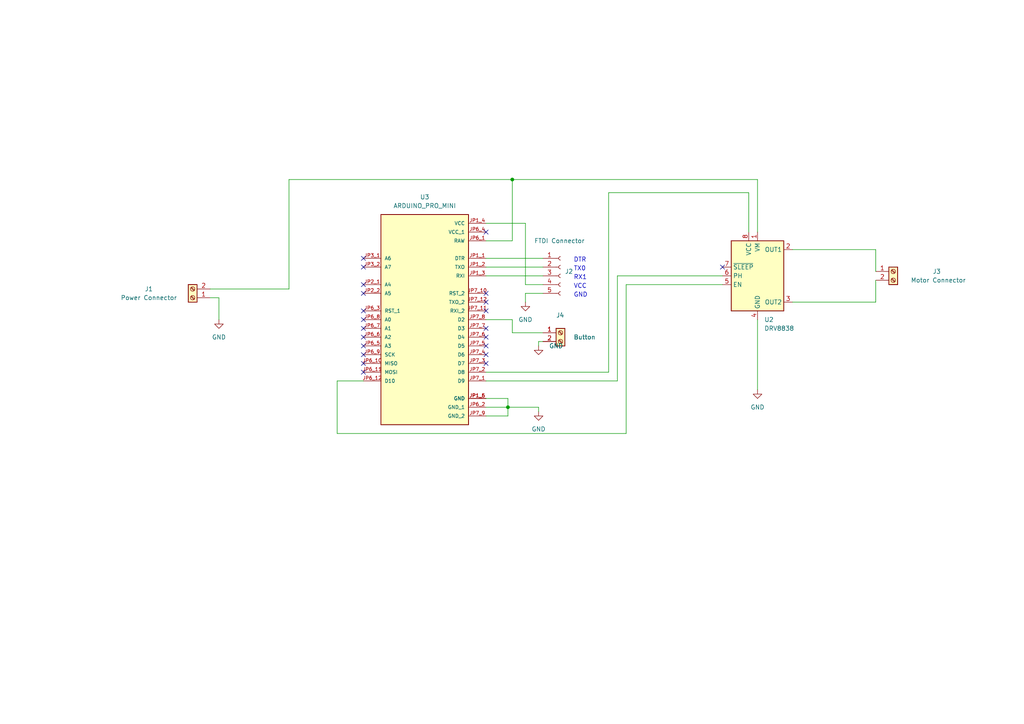
<source format=kicad_sch>
(kicad_sch (version 20230121) (generator eeschema)
  (paper "A4")
  (lib_symbols
    (symbol "ARDUINO_PRO_MINI:ARDUINO_PRO_MINI" (pin_names (offset 1.016))
      (property "Reference" "U" (at -12.7 31.75 0))
      (property "Value" "ARDUINO_PRO_MINI" (at -12.7 -33.02 0))
      (symbol "ARDUINO_PRO_MINI_0_0"
        (rectangle (start -12.7 -30.48) (end 12.7 30.48) (stroke (width 0.254)) (fill (type background)))
        (pin input line (at 17.78 17.78 180) (length 5.08) (name "DTR") (number "JP1_1"))
        (pin bidirectional line (at 17.78 15.24 180) (length 5.08) (name "TXO") (number "JP1_2"))
        (pin bidirectional line (at 17.78 12.7 180) (length 5.08) (name "RXI") (number "JP1_3"))
        (pin power_in line (at 17.78 27.94 180) (length 5.08) (name "VCC") (number "JP1_4"))
        (pin power_in line (at 17.78 -22.86 180) (length 5.08) (name "GND") (number "JP1_5"))
        (pin power_in line (at 17.78 -22.86 180) (length 5.08) (name "GND") (number "JP1_6"))
        (pin bidirectional line (at -17.78 10.16 0) (length 5.08) (name "A4") (number "JP2_1"))
        (pin bidirectional line (at -17.78 7.62 0) (length 5.08) (name "A5") (number "JP2_2"))
        (pin input line (at -17.78 17.78 0) (length 5.08) (name "A6") (number "JP3_1"))
        (pin input line (at -17.78 15.24 0) (length 5.08) (name "A7") (number "JP3_2"))
        (pin power_in line (at 17.78 22.86 180) (length 5.08) (name "RAW") (number "JP6_1"))
        (pin bidirectional line (at -17.78 -12.7 0) (length 5.08) (name "MISO") (number "JP6_10"))
        (pin bidirectional line (at -17.78 -15.24 0) (length 5.08) (name "MOSI") (number "JP6_11"))
        (pin bidirectional line (at -17.78 -17.78 0) (length 5.08) (name "D10") (number "JP6_12"))
        (pin power_in line (at 17.78 -25.4 180) (length 5.08) (name "GND_1") (number "JP6_2"))
        (pin input line (at -17.78 2.54 0) (length 5.08) (name "RST_1") (number "JP6_3"))
        (pin power_in line (at 17.78 25.4 180) (length 5.08) (name "VCC_1") (number "JP6_4"))
        (pin bidirectional line (at -17.78 -7.62 0) (length 5.08) (name "A3") (number "JP6_5"))
        (pin bidirectional line (at -17.78 -5.08 0) (length 5.08) (name "A2") (number "JP6_6"))
        (pin bidirectional line (at -17.78 -2.54 0) (length 5.08) (name "A1") (number "JP6_7"))
        (pin bidirectional line (at -17.78 0 0) (length 5.08) (name "A0") (number "JP6_8"))
        (pin bidirectional line (at -17.78 -10.16 0) (length 5.08) (name "SCK") (number "JP6_9"))
        (pin bidirectional line (at 17.78 -17.78 180) (length 5.08) (name "D9") (number "JP7_1"))
        (pin input line (at 17.78 7.62 180) (length 5.08) (name "RST_2") (number "JP7_10"))
        (pin bidirectional line (at 17.78 2.54 180) (length 5.08) (name "RXI_2") (number "JP7_11"))
        (pin bidirectional line (at 17.78 5.08 180) (length 5.08) (name "TXO_2") (number "JP7_12"))
        (pin bidirectional line (at 17.78 -15.24 180) (length 5.08) (name "D8") (number "JP7_2"))
        (pin bidirectional line (at 17.78 -12.7 180) (length 5.08) (name "D7") (number "JP7_3"))
        (pin bidirectional line (at 17.78 -10.16 180) (length 5.08) (name "D6") (number "JP7_4"))
        (pin bidirectional line (at 17.78 -7.62 180) (length 5.08) (name "D5") (number "JP7_5"))
        (pin bidirectional line (at 17.78 -5.08 180) (length 5.08) (name "D4") (number "JP7_6"))
        (pin bidirectional line (at 17.78 -2.54 180) (length 5.08) (name "D3") (number "JP7_7"))
        (pin bidirectional line (at 17.78 0 180) (length 5.08) (name "D2") (number "JP7_8"))
        (pin power_in line (at 17.78 -27.94 180) (length 5.08) (name "GND_2") (number "JP7_9"))
      )
    )
    (symbol "Connector:Conn_01x05_Socket" (pin_names (offset 1.016) hide)
      (property "Reference" "J" (at 0 7.62 0))
      (property "Value" "Conn_01x05_Socket" (at 0 -7.62 0))
      (symbol "Conn_01x05_Socket_1_1"
        (arc (start 0 -4.572) (mid -0.5058 -5.08) (end 0 -5.588) (stroke (width 0.1524)))
        (arc (start 0 -2.032) (mid -0.5058 -2.54) (end 0 -3.048) (stroke (width 0.1524)))
        (polyline (pts (xy -1.27 -5.08) (xy -0.508 -5.08)) (stroke (width 0.1524)))
        (polyline (pts (xy -1.27 -2.54) (xy -0.508 -2.54)) (stroke (width 0.1524)))
        (polyline (pts (xy -1.27 0) (xy -0.508 0)) (stroke (width 0.1524)))
        (polyline (pts (xy -1.27 2.54) (xy -0.508 2.54)) (stroke (width 0.1524)))
        (polyline (pts (xy -1.27 5.08) (xy -0.508 5.08)) (stroke (width 0.1524)))
        (arc (start 0 0.508) (mid -0.5058 0) (end 0 -0.508) (stroke (width 0.1524)))
        (arc (start 0 3.048) (mid -0.5058 2.54) (end 0 2.032) (stroke (width 0.1524)))
        (arc (start 0 5.588) (mid -0.5058 5.08) (end 0 4.572) (stroke (width 0.1524)))
        (pin passive line (at -5.08 5.08 0) (length 3.81) (name "Pin_1") (number "1"))
        (pin passive line (at -5.08 2.54 0) (length 3.81) (name "Pin_2") (number "2"))
        (pin passive line (at -5.08 0 0) (length 3.81) (name "Pin_3") (number "3"))
        (pin passive line (at -5.08 -2.54 0) (length 3.81) (name "Pin_4") (number "4"))
        (pin passive line (at -5.08 -5.08 0) (length 3.81) (name "Pin_5") (number "5"))
      )
    )
    (symbol "Connector:Screw_Terminal_01x02" (pin_names (offset 1.016) hide)
      (property "Reference" "J" (at 0 2.54 0))
      (property "Value" "Screw_Terminal_01x02" (at 0 -5.08 0))
      (symbol "Screw_Terminal_01x02_1_1"
        (rectangle (start -1.27 1.27) (end 1.27 -3.81) (stroke (width 0.254)) (fill (type background)))
        (circle (center 0 -2.54) (radius 0.635) (stroke (width 0.1524)))
        (polyline (pts (xy -0.5334 -2.2098) (xy 0.3302 -3.048)) (stroke (width 0.1524)))
        (polyline (pts (xy -0.5334 0.3302) (xy 0.3302 -0.508)) (stroke (width 0.1524)))
        (polyline (pts (xy -0.3556 -2.032) (xy 0.508 -2.8702)) (stroke (width 0.1524)))
        (polyline (pts (xy -0.3556 0.508) (xy 0.508 -0.3302)) (stroke (width 0.1524)))
        (circle (center 0 0) (radius 0.635) (stroke (width 0.1524)))
        (pin passive line (at -5.08 0 0) (length 3.81) (name "Pin_1") (number "1"))
        (pin passive line (at -5.08 -2.54 0) (length 3.81) (name "Pin_2") (number "2"))
      )
    )
    (symbol "Driver_Motor:DRV8838"
      (property "Reference" "U" (at 6.35 11.43 0))
      (property "Value" "DRV8838" (at -10.16 11.43 0))
      (symbol "DRV8838_0_1"
        (rectangle (start -7.62 10.16) (end 7.62 -10.16) (stroke (width 0.254)) (fill (type background)))
      )
      (symbol "DRV8838_1_1"
        (pin power_in line (at 0 12.7 270) (length 2.54) (name "VM") (number "1"))
        (pin output line (at 10.16 7.62 180) (length 2.54) (name "OUT1") (number "2"))
        (pin output line (at 10.16 -7.62 180) (length 2.54) (name "OUT2") (number "3"))
        (pin power_in line (at 0 -12.7 90) (length 2.54) (name "GND") (number "4"))
        (pin input line (at -10.16 -2.54 0) (length 2.54) (name "EN") (number "5"))
        (pin input line (at -10.16 0 0) (length 2.54) (name "PH") (number "6"))
        (pin input line (at -10.16 2.54 0) (length 2.54) (name "~{SLEEP}") (number "7"))
        (pin power_in line (at -2.54 12.7 270) (length 2.54) (name "VCC") (number "8"))
        (pin passive line (at 0 -12.7 90) (length 2.54) hide (name "GND") (number "9"))
      )
    )
    (symbol "power:GND" (power) (pin_names (offset 0))
      (property "Value" "GND" (at 0 -3.81 0))
      (symbol "GND_0_1"
        (polyline (pts (xy 0 0) (xy 0 -1.27) (xy 1.27 -1.27) (xy 0 -2.54) (xy -1.27 -1.27) (xy 0 -1.27)))
      )
      (symbol "GND_1_1"
        (pin power_in line (at 0 0 270) (length 0) hide (name "GND") (number "1"))
      )
    )
  )
  (junction (at 147.32 118.11))
  (junction (at 148.59 52.07))
  (no_connect (at 140.97 67.31))
  (no_connect (at 140.97 102.87))
  (no_connect (at 140.97 105.41))
  (no_connect (at 209.55 77.47))
  (no_connect (at 140.97 95.25))
  (no_connect (at 105.41 105.41))
  (no_connect (at 105.41 107.95))
  (no_connect (at 140.97 90.17))
  (no_connect (at 105.41 82.55))
  (no_connect (at 105.41 92.71))
  (no_connect (at 105.41 95.25))
  (no_connect (at 105.41 77.47))
  (no_connect (at 140.97 100.33))
  (no_connect (at 105.41 100.33))
  (no_connect (at 105.41 85.09))
  (no_connect (at 140.97 85.09))
  (no_connect (at 105.41 97.79))
  (no_connect (at 105.41 74.93))
  (no_connect (at 140.97 97.79))
  (no_connect (at 140.97 87.63))
  (no_connect (at 105.41 102.87))
  (no_connect (at 105.41 90.17))
  (wire (pts (xy 148.59 92.71) (xy 148.59 96.52)))
  (wire (pts (xy 254 81.28) (xy 254 87.63)))
  (wire (pts (xy 229.87 87.63) (xy 254 87.63)))
  (wire (pts (xy 254 72.39) (xy 254 78.74)))
  (wire (pts (xy 140.97 77.47) (xy 157.48 77.47)))
  (wire (pts (xy 140.97 74.93) (xy 157.48 74.93)))
  (wire (pts (xy 140.97 69.85) (xy 148.59 69.85)))
  (wire (pts (xy 217.17 55.88) (xy 217.17 67.31)))
  (wire (pts (xy 229.87 72.39) (xy 254 72.39)))
  (wire (pts (xy 105.41 110.49) (xy 97.79 110.49)))
  (wire (pts (xy 83.82 52.07) (xy 148.59 52.07)))
  (wire (pts (xy 152.4 64.77) (xy 152.4 82.55)))
  (wire (pts (xy 156.21 99.06) (xy 157.48 99.06)))
  (wire (pts (xy 140.97 120.65) (xy 147.32 120.65)))
  (wire (pts (xy 152.4 82.55) (xy 157.48 82.55)))
  (wire (pts (xy 152.4 85.09) (xy 157.48 85.09)))
  (wire (pts (xy 97.79 110.49) (xy 97.79 125.73)))
  (wire (pts (xy 176.53 107.95) (xy 176.53 55.88)))
  (wire (pts (xy 97.79 125.73) (xy 181.61 125.73)))
  (wire (pts (xy 140.97 107.95) (xy 176.53 107.95)))
  (wire (pts (xy 219.71 92.71) (xy 219.71 113.03)))
  (wire (pts (xy 140.97 80.01) (xy 157.48 80.01)))
  (wire (pts (xy 63.5 86.36) (xy 63.5 92.71)))
  (wire (pts (xy 181.61 125.73) (xy 181.61 82.55)))
  (wire (pts (xy 219.71 52.07) (xy 219.71 67.31)))
  (wire (pts (xy 152.4 87.63) (xy 152.4 85.09)))
  (wire (pts (xy 148.59 96.52) (xy 157.48 96.52)))
  (wire (pts (xy 147.32 120.65) (xy 147.32 118.11)))
  (wire (pts (xy 60.96 83.82) (xy 83.82 83.82)))
  (wire (pts (xy 148.59 52.07) (xy 219.71 52.07)))
  (wire (pts (xy 60.96 86.36) (xy 63.5 86.36)))
  (wire (pts (xy 179.07 110.49) (xy 179.07 80.01)))
  (wire (pts (xy 147.32 115.57) (xy 147.32 118.11)))
  (wire (pts (xy 140.97 92.71) (xy 148.59 92.71)))
  (wire (pts (xy 179.07 80.01) (xy 209.55 80.01)))
  (wire (pts (xy 83.82 83.82) (xy 83.82 52.07)))
  (wire (pts (xy 148.59 69.85) (xy 148.59 52.07)))
  (wire (pts (xy 140.97 110.49) (xy 179.07 110.49)))
  (wire (pts (xy 140.97 115.57) (xy 147.32 115.57)))
  (wire (pts (xy 156.21 99.06) (xy 156.21 100.33)))
  (wire (pts (xy 140.97 64.77) (xy 152.4 64.77)))
  (wire (pts (xy 181.61 82.55) (xy 209.55 82.55)))
  (wire (pts (xy 140.97 118.11) (xy 147.32 118.11)))
  (wire (pts (xy 156.21 118.11) (xy 156.21 119.38)))
  (wire (pts (xy 147.32 118.11) (xy 156.21 118.11)))
  (wire (pts (xy 176.53 55.88) (xy 217.17 55.88)))
  (text "TX0" (at 166.37 78.74 0) (effects (font (size 1.27 1.27)) (justify left bottom)))
  (text "DTR" (at 166.37 76.2 0) (effects (font (size 1.27 1.27)) (justify left bottom)))
  (text "VCC" (at 166.37 83.82 0) (effects (font (size 1.27 1.27)) (justify left bottom)))
  (text "RX1" (at 166.37 81.28 0) (effects (font (size 1.27 1.27)) (justify left bottom)))
  (text "GND" (at 166.37 86.36 0) (effects (font (size 1.27 1.27)) (justify left bottom)))
  (symbol (lib_id "Connector:Screw_Terminal_01x02") (at 162.56 96.52 0) (unit 1)
    (property "Reference" "J4" (at 161.29 91.44 0) (effects (justify left)))
    (property "Value" "Button" (at 166.37 97.79 0) (effects (justify left)))
    (property "Footprint" "Connector_PinHeader_2.54mm:PinHeader_1x02_P2.54mm_Vertical" (effects hide))
  )
  (symbol (lib_id "power:GND") (at 63.5 92.71 0) (unit 1)
    (property "Reference" "#PWR03" (effects hide))
    (property "Value" "GND" (at 63.5 97.79 0))
  )
  (symbol (lib_id "power:GND") (at 156.21 119.38 0) (unit 1)
    (property "Reference" "#PWR02" (effects hide))
    (property "Value" "GND" (at 156.21 124.46 0))
  )
  (symbol (lib_id "power:GND") (at 152.4 87.63 0) (unit 1)
    (property "Reference" "#PWR04" (effects hide))
    (property "Value" "GND" (at 152.4 92.71 0))
  )
  (symbol (lib_id "Driver_Motor:DRV8838") (at 219.71 80.01 0) (unit 1)
    (property "Reference" "U2" (at 221.6659 92.71 0) (effects (justify left)))
    (property "Value" "DRV8838" (at 221.6659 95.25 0) (effects (justify left)))
    (property "Footprint" "Package_DIP:DIP-10_W7.62mm_Socket" (effects hide))
    (property "Datasheet" "http://www.ti.com/lit/ds/symlink/drv8837.pdf" (effects hide))
  )
  (symbol (lib_id "Connector:Screw_Terminal_01x02") (at 259.08 78.74 0) (unit 1)
    (property "Reference" "J3" (at 270.51 78.74 0) (effects (justify left)))
    (property "Value" "Motor Connector" (at 264.16 81.28 0) (effects (justify left)))
    (property "Footprint" "Connector_PinHeader_2.54mm:PinHeader_1x02_P2.54mm_Vertical" (effects hide))
  )
  (symbol (lib_id "Connector:Conn_01x05_Socket") (at 162.56 80.01 0) (unit 1)
    (property "Reference" "J2" (at 163.83 78.74 0) (effects (justify left)))
    (property "Value" "FTDI Connector" (at 154.94 69.85 0) (effects (justify left)))
    (property "Footprint" "Connector_PinHeader_2.54mm:PinHeader_1x05_P2.54mm_Vertical" (effects hide))
  )
  (symbol (lib_id "power:GND") (at 219.71 113.03 0) (unit 1)
    (property "Reference" "#PWR01" (effects hide))
    (property "Value" "GND" (at 219.71 118.11 0))
  )
  (symbol (lib_id "Connector:Screw_Terminal_01x02") (at 55.88 86.36 180) (unit 1)
    (property "Reference" "J1" (at 43.18 83.82 0))
    (property "Value" "Power Connector" (at 43.18 86.36 0))
    (property "Footprint" "Connector_PinHeader_2.54mm:PinHeader_1x02_P2.54mm_Vertical" (effects hide))
  )
  (symbol (lib_id "ARDUINO_PRO_MINI:ARDUINO_PRO_MINI") (at 123.19 92.71 0) (unit 1)
    (property "Reference" "U3" (at 123.19 57.15 0))
    (property "Value" "ARDUINO_PRO_MINI" (at 123.19 59.69 0))
    (property "Footprint" "MODULE_ARDUINO_PRO_MINI" (effects hide))
    (property "PARTREV" "N/A" (effects hide))
    (property "MANUFACTURER" "SparkFun Electronics" (effects hide))
    (property "MAXIMUM_PACKAGE_HEIGHT" "N/A" (effects hide))
    (property "STANDARD" "Manufacturer Recommendations" (effects hide))
  )
  (symbol (lib_id "power:GND") (at 156.21 100.33 0) (unit 1)
    (property "Reference" "#PWR05" (effects hide))
    (property "Value" "GND" (at 161.29 100.33 0))
  )
)
</source>
